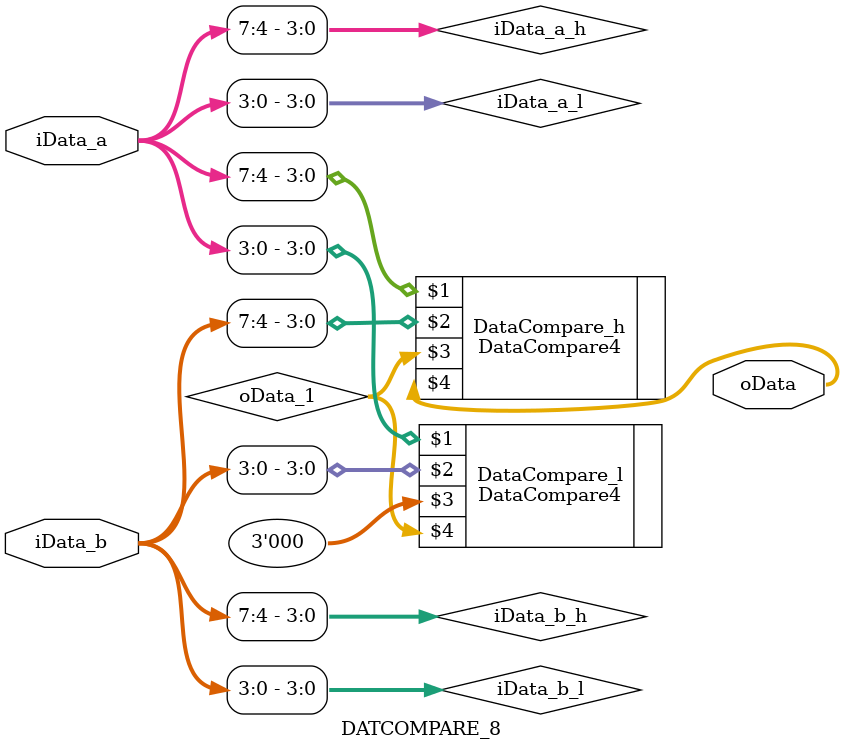
<source format=v>
`timescale 1ns / 1ps


module DATCOMPARE_8(
	input [7:0] iData_a,
	input [7:0] iData_b,
	output [2:0] oData
    );
	 
	 wire [3:0] iData_a_l;
	 wire [3:0] iData_a_h;
	 wire [3:0] iData_b_l;
	 wire [3:0] iData_b_h;
	 wire [2:0] oData_1;
	 
	 assign iData_a_l=iData_a[3:0];
	 assign iData_a_h=iData_a[7:4];
	 assign iData_b_l=iData_b[3:0];
	 assign iData_b_h=iData_b[7:4];
	 
	DataCompare4 DataCompare_l(iData_a_l,iData_b_l,3'b000,oData_1);
	DataCompare4 DataCompare_h(iData_a_h,iData_b_h,oData_1,oData);

endmodule

</source>
